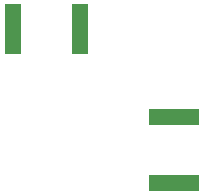
<source format=gbr>
%TF.GenerationSoftware,Altium Limited,Altium Designer,22.5.1 (42)*%
G04 Layer_Color=128*
%FSLAX26Y26*%
%MOIN*%
%TF.SameCoordinates,B04901F9-BF46-49F9-850C-5E78856F6392*%
%TF.FilePolarity,Positive*%
%TF.FileFunction,Paste,Bot*%
%TF.Part,Single*%
G01*
G75*
%TA.AperFunction,ConnectorPad*%
%ADD11R,0.165354X0.053150*%
%TA.AperFunction,SMDPad,CuDef*%
%ADD12R,0.053150X0.165354*%
D11*
X2902126Y1388780D02*
D03*
Y1611220D02*
D03*
D12*
X2363780Y1902126D02*
D03*
X2586220D02*
D03*
%TF.MD5,aa4aac158d7b726a750588144c58e2a7*%
M02*

</source>
